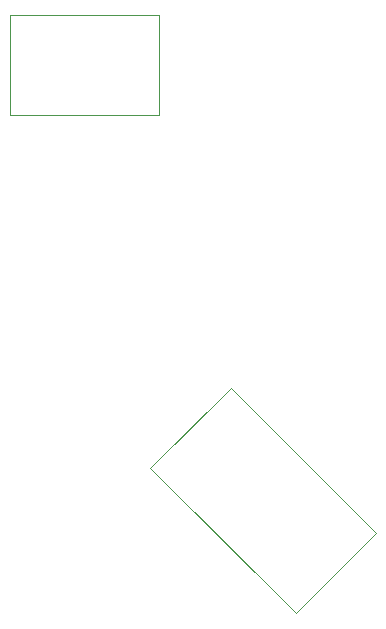
<source format=gbr>
%TF.GenerationSoftware,Altium Limited,Altium Designer,22.7.1 (60)*%
G04 Layer_Color=32768*
%FSLAX45Y45*%
%MOMM*%
%TF.SameCoordinates,2E8CAF61-F9F5-4988-A97D-765C0E49F6B8*%
%TF.FilePolarity,Positive*%
%TF.FileFunction,Other,Mechanical_15*%
%TF.Part,Single*%
G01*
G75*
%TA.AperFunction,NonConductor*%
%ADD49C,0.10000*%
D49*
X-605600Y2068874D02*
X656400Y2068874D01*
X656400Y1218875D02*
X656400Y2068874D01*
X-605600Y1218874D02*
X656400Y1218875D01*
X-605600Y1218874D02*
Y2068874D01*
X1263615Y-1085807D02*
X2495041Y-2317234D01*
X1814098Y-2998178D02*
X2495041Y-2317234D01*
X582670Y-1766751D02*
X1814098Y-2998178D01*
X582670Y-1766751D02*
X1263615Y-1085807D01*
%TF.MD5,34867c35ee56b5a5832c435c30002b26*%
M02*

</source>
